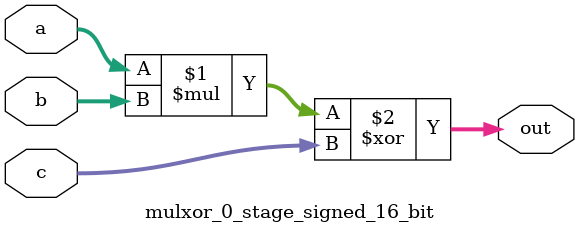
<source format=sv>
(* use_dsp = "yes" *) module mulxor_0_stage_signed_16_bit(
	input signed [15:0] a,
	input signed [15:0] b,
	input signed [15:0] c,
	output [15:0] out
	);

	assign out = (a * b) ^ c;
endmodule

</source>
